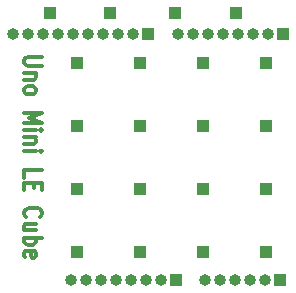
<source format=gbr>
%TF.GenerationSoftware,KiCad,Pcbnew,(6.0.2)*%
%TF.CreationDate,2022-06-08T23:24:18-05:00*%
%TF.ProjectId,UnoMiniCube,556e6f4d-696e-4694-9375-62652e6b6963,rev?*%
%TF.SameCoordinates,Original*%
%TF.FileFunction,Soldermask,Top*%
%TF.FilePolarity,Negative*%
%FSLAX46Y46*%
G04 Gerber Fmt 4.6, Leading zero omitted, Abs format (unit mm)*
G04 Created by KiCad (PCBNEW (6.0.2)) date 2022-06-08 23:24:18*
%MOMM*%
%LPD*%
G01*
G04 APERTURE LIST*
%ADD10C,0.300000*%
%ADD11R,1.000000X1.000000*%
%ADD12O,1.000000X1.000000*%
G04 APERTURE END LIST*
D10*
X144458428Y-81435047D02*
X143244142Y-81435047D01*
X143101285Y-81496952D01*
X143029857Y-81558857D01*
X142958428Y-81682666D01*
X142958428Y-81930285D01*
X143029857Y-82054095D01*
X143101285Y-82116000D01*
X143244142Y-82177904D01*
X144458428Y-82177904D01*
X143958428Y-82796952D02*
X142958428Y-82796952D01*
X143815571Y-82796952D02*
X143887000Y-82858857D01*
X143958428Y-82982666D01*
X143958428Y-83168380D01*
X143887000Y-83292190D01*
X143744142Y-83354095D01*
X142958428Y-83354095D01*
X142958428Y-84158857D02*
X143029857Y-84035047D01*
X143101285Y-83973142D01*
X143244142Y-83911238D01*
X143672714Y-83911238D01*
X143815571Y-83973142D01*
X143887000Y-84035047D01*
X143958428Y-84158857D01*
X143958428Y-84344571D01*
X143887000Y-84468380D01*
X143815571Y-84530285D01*
X143672714Y-84592190D01*
X143244142Y-84592190D01*
X143101285Y-84530285D01*
X143029857Y-84468380D01*
X142958428Y-84344571D01*
X142958428Y-84158857D01*
X142958428Y-86139809D02*
X144458428Y-86139809D01*
X143387000Y-86573142D01*
X144458428Y-87006476D01*
X142958428Y-87006476D01*
X142958428Y-87625523D02*
X143958428Y-87625523D01*
X144458428Y-87625523D02*
X144387000Y-87563619D01*
X144315571Y-87625523D01*
X144387000Y-87687428D01*
X144458428Y-87625523D01*
X144315571Y-87625523D01*
X143958428Y-88244571D02*
X142958428Y-88244571D01*
X143815571Y-88244571D02*
X143887000Y-88306476D01*
X143958428Y-88430285D01*
X143958428Y-88616000D01*
X143887000Y-88739809D01*
X143744142Y-88801714D01*
X142958428Y-88801714D01*
X142958428Y-89420761D02*
X143958428Y-89420761D01*
X144458428Y-89420761D02*
X144387000Y-89358857D01*
X144315571Y-89420761D01*
X144387000Y-89482666D01*
X144458428Y-89420761D01*
X144315571Y-89420761D01*
X142958428Y-91649333D02*
X142958428Y-91030285D01*
X144458428Y-91030285D01*
X143744142Y-92082666D02*
X143744142Y-92516000D01*
X142958428Y-92701714D02*
X142958428Y-92082666D01*
X144458428Y-92082666D01*
X144458428Y-92701714D01*
X143101285Y-94992190D02*
X143029857Y-94930285D01*
X142958428Y-94744571D01*
X142958428Y-94620761D01*
X143029857Y-94435047D01*
X143172714Y-94311238D01*
X143315571Y-94249333D01*
X143601285Y-94187428D01*
X143815571Y-94187428D01*
X144101285Y-94249333D01*
X144244142Y-94311238D01*
X144387000Y-94435047D01*
X144458428Y-94620761D01*
X144458428Y-94744571D01*
X144387000Y-94930285D01*
X144315571Y-94992190D01*
X143958428Y-96106476D02*
X142958428Y-96106476D01*
X143958428Y-95549333D02*
X143172714Y-95549333D01*
X143029857Y-95611238D01*
X142958428Y-95735047D01*
X142958428Y-95920761D01*
X143029857Y-96044571D01*
X143101285Y-96106476D01*
X142958428Y-96725523D02*
X144458428Y-96725523D01*
X143887000Y-96725523D02*
X143958428Y-96849333D01*
X143958428Y-97096952D01*
X143887000Y-97220761D01*
X143815571Y-97282666D01*
X143672714Y-97344571D01*
X143244142Y-97344571D01*
X143101285Y-97282666D01*
X143029857Y-97220761D01*
X142958428Y-97096952D01*
X142958428Y-96849333D01*
X143029857Y-96725523D01*
X143029857Y-98396952D02*
X142958428Y-98273142D01*
X142958428Y-98025523D01*
X143029857Y-97901714D01*
X143172714Y-97839809D01*
X143744142Y-97839809D01*
X143887000Y-97901714D01*
X143958428Y-98025523D01*
X143958428Y-98273142D01*
X143887000Y-98396952D01*
X143744142Y-98458857D01*
X143601285Y-98458857D01*
X143458428Y-97839809D01*
D11*
%TO.C,P18*%
X163449000Y-97917000D03*
%TD*%
%TO.C,J1*%
X164851000Y-79502000D03*
D12*
X163581000Y-79502000D03*
X162311000Y-79502000D03*
X161041000Y-79502000D03*
X159771000Y-79502000D03*
X158501000Y-79502000D03*
X157231000Y-79502000D03*
X155961000Y-79502000D03*
%TD*%
D11*
%TO.C,P8*%
X150241000Y-77724000D03*
%TD*%
%TO.C,P13*%
X147447000Y-97917000D03*
%TD*%
%TO.C,J2*%
X153426000Y-79502000D03*
D12*
X152156000Y-79502000D03*
X150886000Y-79502000D03*
X149616000Y-79502000D03*
X148346000Y-79502000D03*
X147076000Y-79502000D03*
X145806000Y-79502000D03*
X144536000Y-79502000D03*
X143266000Y-79502000D03*
X141996000Y-79502000D03*
%TD*%
D11*
%TO.C,P17*%
X158115000Y-92583000D03*
%TD*%
%TO.C,P2*%
X158115000Y-87249000D03*
%TD*%
%TO.C,J4*%
X155834000Y-100330000D03*
D12*
X154564000Y-100330000D03*
X153294000Y-100330000D03*
X152024000Y-100330000D03*
X150754000Y-100330000D03*
X149484000Y-100330000D03*
X148214000Y-100330000D03*
X146944000Y-100330000D03*
%TD*%
D11*
%TO.C,P4*%
X160909000Y-77724000D03*
%TD*%
%TO.C,J3*%
X164592000Y-100330000D03*
D12*
X163322000Y-100330000D03*
X162052000Y-100330000D03*
X160782000Y-100330000D03*
X159512000Y-100330000D03*
X158242000Y-100330000D03*
%TD*%
D11*
%TO.C,P0*%
X163449000Y-87249000D03*
%TD*%
%TO.C,P11*%
X147447000Y-81915000D03*
%TD*%
%TO.C,P6*%
X152781000Y-81915000D03*
%TD*%
%TO.C,P7*%
X155702000Y-77724000D03*
%TD*%
%TO.C,P15*%
X152781000Y-92583000D03*
%TD*%
%TO.C,P12*%
X147447000Y-92583000D03*
%TD*%
%TO.C,P14*%
X152781000Y-97917000D03*
%TD*%
%TO.C,P5*%
X152781000Y-87249000D03*
%TD*%
%TO.C,P1*%
X163449000Y-81915000D03*
%TD*%
%TO.C,P16*%
X158115000Y-97917000D03*
%TD*%
%TO.C,P19*%
X163449000Y-92583000D03*
%TD*%
%TO.C,P3*%
X158115000Y-81915000D03*
%TD*%
%TO.C,P10*%
X147447000Y-87249000D03*
%TD*%
%TO.C,P9*%
X145161000Y-77724000D03*
%TD*%
M02*

</source>
